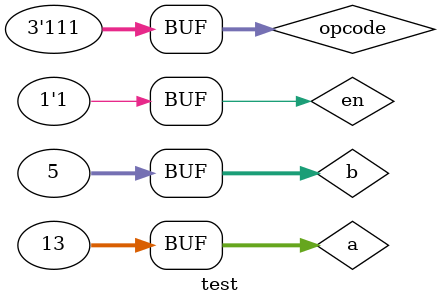
<source format=v>
module test;
  reg [31:0] a,b;
  reg[2:0] opcode;
  reg en;
  wire [32:0]result;
  wire ack;
  ALU m(result,a,b,opcode,en,ack);
  initial
    begin
      $dumpfile("test.vcd");
      $dumpvars;
   a=32'b1101;b=32'b0101; en=1'b0;
   opcode=3'b000;
      $monitor($time,"|opcode=%b|result=%b|ack=%b",opcode,result,ack);
   

  #10 en=1'b1;opcode=3'b001;
  #10 opcode=3'b010;
  #10 opcode=3'b011;
 #10 opcode=3'b100;
 #10 opcode=3'b101;
#10 opcode=3'b110;
#10 opcode=3'b111;
end
endmodule


</source>
